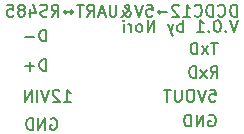
<source format=gbo>
G04 #@! TF.GenerationSoftware,KiCad,Pcbnew,(5.1.10)-1*
G04 #@! TF.CreationDate,2021-11-20T00:47:51+09:00*
G04 #@! TF.ProjectId,M5Stack_UnitV2_DCDC&RS485,4d355374-6163-46b5-9f55-6e697456325f,rev?*
G04 #@! TF.SameCoordinates,Original*
G04 #@! TF.FileFunction,Legend,Bot*
G04 #@! TF.FilePolarity,Positive*
%FSLAX46Y46*%
G04 Gerber Fmt 4.6, Leading zero omitted, Abs format (unit mm)*
G04 Created by KiCad (PCBNEW (5.1.10)-1) date 2021-11-20 00:47:51*
%MOMM*%
%LPD*%
G01*
G04 APERTURE LIST*
%ADD10C,0.150000*%
G04 APERTURE END LIST*
D10*
X138461904Y-55700000D02*
X138557142Y-55652380D01*
X138700000Y-55652380D01*
X138842857Y-55700000D01*
X138938095Y-55795238D01*
X138985714Y-55890476D01*
X139033333Y-56080952D01*
X139033333Y-56223809D01*
X138985714Y-56414285D01*
X138938095Y-56509523D01*
X138842857Y-56604761D01*
X138700000Y-56652380D01*
X138604761Y-56652380D01*
X138461904Y-56604761D01*
X138414285Y-56557142D01*
X138414285Y-56223809D01*
X138604761Y-56223809D01*
X137985714Y-56652380D02*
X137985714Y-55652380D01*
X137414285Y-56652380D01*
X137414285Y-55652380D01*
X136938095Y-56652380D02*
X136938095Y-55652380D01*
X136700000Y-55652380D01*
X136557142Y-55700000D01*
X136461904Y-55795238D01*
X136414285Y-55890476D01*
X136366666Y-56080952D01*
X136366666Y-56223809D01*
X136414285Y-56414285D01*
X136461904Y-56509523D01*
X136557142Y-56604761D01*
X136700000Y-56652380D01*
X136938095Y-56652380D01*
X138519047Y-53552380D02*
X138995238Y-53552380D01*
X139042857Y-54028571D01*
X138995238Y-53980952D01*
X138900000Y-53933333D01*
X138661904Y-53933333D01*
X138566666Y-53980952D01*
X138519047Y-54028571D01*
X138471428Y-54123809D01*
X138471428Y-54361904D01*
X138519047Y-54457142D01*
X138566666Y-54504761D01*
X138661904Y-54552380D01*
X138900000Y-54552380D01*
X138995238Y-54504761D01*
X139042857Y-54457142D01*
X138185714Y-53552380D02*
X137852380Y-54552380D01*
X137519047Y-53552380D01*
X136995238Y-53552380D02*
X136804761Y-53552380D01*
X136709523Y-53600000D01*
X136614285Y-53695238D01*
X136566666Y-53885714D01*
X136566666Y-54219047D01*
X136614285Y-54409523D01*
X136709523Y-54504761D01*
X136804761Y-54552380D01*
X136995238Y-54552380D01*
X137090476Y-54504761D01*
X137185714Y-54409523D01*
X137233333Y-54219047D01*
X137233333Y-53885714D01*
X137185714Y-53695238D01*
X137090476Y-53600000D01*
X136995238Y-53552380D01*
X136138095Y-53552380D02*
X136138095Y-54361904D01*
X136090476Y-54457142D01*
X136042857Y-54504761D01*
X135947619Y-54552380D01*
X135757142Y-54552380D01*
X135661904Y-54504761D01*
X135614285Y-54457142D01*
X135566666Y-54361904D01*
X135566666Y-53552380D01*
X135233333Y-53552380D02*
X134661904Y-53552380D01*
X134947619Y-54552380D02*
X134947619Y-53552380D01*
X138595238Y-52552380D02*
X138928571Y-52076190D01*
X139166666Y-52552380D02*
X139166666Y-51552380D01*
X138785714Y-51552380D01*
X138690476Y-51600000D01*
X138642857Y-51647619D01*
X138595238Y-51742857D01*
X138595238Y-51885714D01*
X138642857Y-51980952D01*
X138690476Y-52028571D01*
X138785714Y-52076190D01*
X139166666Y-52076190D01*
X138261904Y-52552380D02*
X137738095Y-51885714D01*
X138261904Y-51885714D02*
X137738095Y-52552380D01*
X137357142Y-52552380D02*
X137357142Y-51552380D01*
X137119047Y-51552380D01*
X136976190Y-51600000D01*
X136880952Y-51695238D01*
X136833333Y-51790476D01*
X136785714Y-51980952D01*
X136785714Y-52123809D01*
X136833333Y-52314285D01*
X136880952Y-52409523D01*
X136976190Y-52504761D01*
X137119047Y-52552380D01*
X137357142Y-52552380D01*
X139190476Y-49552380D02*
X138619047Y-49552380D01*
X138904761Y-50552380D02*
X138904761Y-49552380D01*
X138380952Y-50552380D02*
X137857142Y-49885714D01*
X138380952Y-49885714D02*
X137857142Y-50552380D01*
X137476190Y-50552380D02*
X137476190Y-49552380D01*
X137238095Y-49552380D01*
X137095238Y-49600000D01*
X137000000Y-49695238D01*
X136952380Y-49790476D01*
X136904761Y-49980952D01*
X136904761Y-50123809D01*
X136952380Y-50314285D01*
X137000000Y-50409523D01*
X137095238Y-50504761D01*
X137238095Y-50552380D01*
X137476190Y-50552380D01*
X125061904Y-56000000D02*
X125157142Y-55952380D01*
X125300000Y-55952380D01*
X125442857Y-56000000D01*
X125538095Y-56095238D01*
X125585714Y-56190476D01*
X125633333Y-56380952D01*
X125633333Y-56523809D01*
X125585714Y-56714285D01*
X125538095Y-56809523D01*
X125442857Y-56904761D01*
X125300000Y-56952380D01*
X125204761Y-56952380D01*
X125061904Y-56904761D01*
X125014285Y-56857142D01*
X125014285Y-56523809D01*
X125204761Y-56523809D01*
X124585714Y-56952380D02*
X124585714Y-55952380D01*
X124014285Y-56952380D01*
X124014285Y-55952380D01*
X123538095Y-56952380D02*
X123538095Y-55952380D01*
X123300000Y-55952380D01*
X123157142Y-56000000D01*
X123061904Y-56095238D01*
X123014285Y-56190476D01*
X122966666Y-56380952D01*
X122966666Y-56523809D01*
X123014285Y-56714285D01*
X123061904Y-56809523D01*
X123157142Y-56904761D01*
X123300000Y-56952380D01*
X123538095Y-56952380D01*
X126180952Y-54552380D02*
X126752380Y-54552380D01*
X126466666Y-54552380D02*
X126466666Y-53552380D01*
X126561904Y-53695238D01*
X126657142Y-53790476D01*
X126752380Y-53838095D01*
X125800000Y-53647619D02*
X125752380Y-53600000D01*
X125657142Y-53552380D01*
X125419047Y-53552380D01*
X125323809Y-53600000D01*
X125276190Y-53647619D01*
X125228571Y-53742857D01*
X125228571Y-53838095D01*
X125276190Y-53980952D01*
X125847619Y-54552380D01*
X125228571Y-54552380D01*
X124942857Y-53552380D02*
X124609523Y-54552380D01*
X124276190Y-53552380D01*
X123942857Y-54552380D02*
X123942857Y-53552380D01*
X123466666Y-54552380D02*
X123466666Y-53552380D01*
X122895238Y-54552380D01*
X122895238Y-53552380D01*
X124680952Y-51952380D02*
X124680952Y-50952380D01*
X124442857Y-50952380D01*
X124300000Y-51000000D01*
X124204761Y-51095238D01*
X124157142Y-51190476D01*
X124109523Y-51380952D01*
X124109523Y-51523809D01*
X124157142Y-51714285D01*
X124204761Y-51809523D01*
X124300000Y-51904761D01*
X124442857Y-51952380D01*
X124680952Y-51952380D01*
X123680952Y-51571428D02*
X122919047Y-51571428D01*
X123300000Y-51952380D02*
X123300000Y-51190476D01*
X124680952Y-49452380D02*
X124680952Y-48452380D01*
X124442857Y-48452380D01*
X124300000Y-48500000D01*
X124204761Y-48595238D01*
X124157142Y-48690476D01*
X124109523Y-48880952D01*
X124109523Y-49023809D01*
X124157142Y-49214285D01*
X124204761Y-49309523D01*
X124300000Y-49404761D01*
X124442857Y-49452380D01*
X124680952Y-49452380D01*
X123680952Y-49071428D02*
X122919047Y-49071428D01*
X140880952Y-47652380D02*
X140547619Y-48652380D01*
X140214285Y-47652380D01*
X139880952Y-48557142D02*
X139833333Y-48604761D01*
X139880952Y-48652380D01*
X139928571Y-48604761D01*
X139880952Y-48557142D01*
X139880952Y-48652380D01*
X139214285Y-47652380D02*
X139119047Y-47652380D01*
X139023809Y-47700000D01*
X138976190Y-47747619D01*
X138928571Y-47842857D01*
X138880952Y-48033333D01*
X138880952Y-48271428D01*
X138928571Y-48461904D01*
X138976190Y-48557142D01*
X139023809Y-48604761D01*
X139119047Y-48652380D01*
X139214285Y-48652380D01*
X139309523Y-48604761D01*
X139357142Y-48557142D01*
X139404761Y-48461904D01*
X139452380Y-48271428D01*
X139452380Y-48033333D01*
X139404761Y-47842857D01*
X139357142Y-47747619D01*
X139309523Y-47700000D01*
X139214285Y-47652380D01*
X138452380Y-48557142D02*
X138404761Y-48604761D01*
X138452380Y-48652380D01*
X138500000Y-48604761D01*
X138452380Y-48557142D01*
X138452380Y-48652380D01*
X137452380Y-48652380D02*
X138023809Y-48652380D01*
X137738095Y-48652380D02*
X137738095Y-47652380D01*
X137833333Y-47795238D01*
X137928571Y-47890476D01*
X138023809Y-47938095D01*
X136261904Y-48652380D02*
X136261904Y-47652380D01*
X136261904Y-48033333D02*
X136166666Y-47985714D01*
X135976190Y-47985714D01*
X135880952Y-48033333D01*
X135833333Y-48080952D01*
X135785714Y-48176190D01*
X135785714Y-48461904D01*
X135833333Y-48557142D01*
X135880952Y-48604761D01*
X135976190Y-48652380D01*
X136166666Y-48652380D01*
X136261904Y-48604761D01*
X135452380Y-47985714D02*
X135214285Y-48652380D01*
X134976190Y-47985714D02*
X135214285Y-48652380D01*
X135309523Y-48890476D01*
X135357142Y-48938095D01*
X135452380Y-48985714D01*
X133833333Y-48652380D02*
X133833333Y-47652380D01*
X133261904Y-48652380D01*
X133261904Y-47652380D01*
X132642857Y-48652380D02*
X132738095Y-48604761D01*
X132785714Y-48557142D01*
X132833333Y-48461904D01*
X132833333Y-48176190D01*
X132785714Y-48080952D01*
X132738095Y-48033333D01*
X132642857Y-47985714D01*
X132500000Y-47985714D01*
X132404761Y-48033333D01*
X132357142Y-48080952D01*
X132309523Y-48176190D01*
X132309523Y-48461904D01*
X132357142Y-48557142D01*
X132404761Y-48604761D01*
X132500000Y-48652380D01*
X132642857Y-48652380D01*
X131880952Y-48652380D02*
X131880952Y-47985714D01*
X131880952Y-48176190D02*
X131833333Y-48080952D01*
X131785714Y-48033333D01*
X131690476Y-47985714D01*
X131595238Y-47985714D01*
X131261904Y-48652380D02*
X131261904Y-47985714D01*
X131261904Y-47652380D02*
X131309523Y-47700000D01*
X131261904Y-47747619D01*
X131214285Y-47700000D01*
X131261904Y-47652380D01*
X131261904Y-47747619D01*
X140814285Y-47352380D02*
X140814285Y-46352380D01*
X140576190Y-46352380D01*
X140433333Y-46400000D01*
X140338095Y-46495238D01*
X140290476Y-46590476D01*
X140242857Y-46780952D01*
X140242857Y-46923809D01*
X140290476Y-47114285D01*
X140338095Y-47209523D01*
X140433333Y-47304761D01*
X140576190Y-47352380D01*
X140814285Y-47352380D01*
X139242857Y-47257142D02*
X139290476Y-47304761D01*
X139433333Y-47352380D01*
X139528571Y-47352380D01*
X139671428Y-47304761D01*
X139766666Y-47209523D01*
X139814285Y-47114285D01*
X139861904Y-46923809D01*
X139861904Y-46780952D01*
X139814285Y-46590476D01*
X139766666Y-46495238D01*
X139671428Y-46400000D01*
X139528571Y-46352380D01*
X139433333Y-46352380D01*
X139290476Y-46400000D01*
X139242857Y-46447619D01*
X138814285Y-47352380D02*
X138814285Y-46352380D01*
X138576190Y-46352380D01*
X138433333Y-46400000D01*
X138338095Y-46495238D01*
X138290476Y-46590476D01*
X138242857Y-46780952D01*
X138242857Y-46923809D01*
X138290476Y-47114285D01*
X138338095Y-47209523D01*
X138433333Y-47304761D01*
X138576190Y-47352380D01*
X138814285Y-47352380D01*
X137242857Y-47257142D02*
X137290476Y-47304761D01*
X137433333Y-47352380D01*
X137528571Y-47352380D01*
X137671428Y-47304761D01*
X137766666Y-47209523D01*
X137814285Y-47114285D01*
X137861904Y-46923809D01*
X137861904Y-46780952D01*
X137814285Y-46590476D01*
X137766666Y-46495238D01*
X137671428Y-46400000D01*
X137528571Y-46352380D01*
X137433333Y-46352380D01*
X137290476Y-46400000D01*
X137242857Y-46447619D01*
X136290476Y-47352380D02*
X136861904Y-47352380D01*
X136576190Y-47352380D02*
X136576190Y-46352380D01*
X136671428Y-46495238D01*
X136766666Y-46590476D01*
X136861904Y-46638095D01*
X135909523Y-46447619D02*
X135861904Y-46400000D01*
X135766666Y-46352380D01*
X135528571Y-46352380D01*
X135433333Y-46400000D01*
X135385714Y-46447619D01*
X135338095Y-46542857D01*
X135338095Y-46638095D01*
X135385714Y-46780952D01*
X135957142Y-47352380D01*
X135338095Y-47352380D01*
X134909523Y-46971428D02*
X134147619Y-46971428D01*
X134338095Y-47161904D02*
X134147619Y-46971428D01*
X134338095Y-46780952D01*
X133195238Y-46352380D02*
X133671428Y-46352380D01*
X133719047Y-46828571D01*
X133671428Y-46780952D01*
X133576190Y-46733333D01*
X133338095Y-46733333D01*
X133242857Y-46780952D01*
X133195238Y-46828571D01*
X133147619Y-46923809D01*
X133147619Y-47161904D01*
X133195238Y-47257142D01*
X133242857Y-47304761D01*
X133338095Y-47352380D01*
X133576190Y-47352380D01*
X133671428Y-47304761D01*
X133719047Y-47257142D01*
X132861904Y-46352380D02*
X132528571Y-47352380D01*
X132195238Y-46352380D01*
X131052380Y-47352380D02*
X131100000Y-47352380D01*
X131195238Y-47304761D01*
X131338095Y-47161904D01*
X131576190Y-46876190D01*
X131671428Y-46733333D01*
X131719047Y-46590476D01*
X131719047Y-46495238D01*
X131671428Y-46400000D01*
X131576190Y-46352380D01*
X131528571Y-46352380D01*
X131433333Y-46400000D01*
X131385714Y-46495238D01*
X131385714Y-46542857D01*
X131433333Y-46638095D01*
X131480952Y-46685714D01*
X131766666Y-46876190D01*
X131814285Y-46923809D01*
X131861904Y-47019047D01*
X131861904Y-47161904D01*
X131814285Y-47257142D01*
X131766666Y-47304761D01*
X131671428Y-47352380D01*
X131528571Y-47352380D01*
X131433333Y-47304761D01*
X131385714Y-47257142D01*
X131242857Y-47066666D01*
X131195238Y-46923809D01*
X131195238Y-46828571D01*
X130623809Y-46352380D02*
X130623809Y-47161904D01*
X130576190Y-47257142D01*
X130528571Y-47304761D01*
X130433333Y-47352380D01*
X130242857Y-47352380D01*
X130147619Y-47304761D01*
X130100000Y-47257142D01*
X130052380Y-47161904D01*
X130052380Y-46352380D01*
X129623809Y-47066666D02*
X129147619Y-47066666D01*
X129719047Y-47352380D02*
X129385714Y-46352380D01*
X129052380Y-47352380D01*
X128147619Y-47352380D02*
X128480952Y-46876190D01*
X128719047Y-47352380D02*
X128719047Y-46352380D01*
X128338095Y-46352380D01*
X128242857Y-46400000D01*
X128195238Y-46447619D01*
X128147619Y-46542857D01*
X128147619Y-46685714D01*
X128195238Y-46780952D01*
X128242857Y-46828571D01*
X128338095Y-46876190D01*
X128719047Y-46876190D01*
X127861904Y-46352380D02*
X127290476Y-46352380D01*
X127576190Y-47352380D02*
X127576190Y-46352380D01*
X126957142Y-46971428D02*
X126195238Y-46971428D01*
X126385714Y-47161904D02*
X126195238Y-46971428D01*
X126385714Y-46780952D01*
X126766666Y-46780952D02*
X126957142Y-46971428D01*
X126766666Y-47161904D01*
X125147619Y-47352380D02*
X125480952Y-46876190D01*
X125719047Y-47352380D02*
X125719047Y-46352380D01*
X125338095Y-46352380D01*
X125242857Y-46400000D01*
X125195238Y-46447619D01*
X125147619Y-46542857D01*
X125147619Y-46685714D01*
X125195238Y-46780952D01*
X125242857Y-46828571D01*
X125338095Y-46876190D01*
X125719047Y-46876190D01*
X124766666Y-47304761D02*
X124623809Y-47352380D01*
X124385714Y-47352380D01*
X124290476Y-47304761D01*
X124242857Y-47257142D01*
X124195238Y-47161904D01*
X124195238Y-47066666D01*
X124242857Y-46971428D01*
X124290476Y-46923809D01*
X124385714Y-46876190D01*
X124576190Y-46828571D01*
X124671428Y-46780952D01*
X124719047Y-46733333D01*
X124766666Y-46638095D01*
X124766666Y-46542857D01*
X124719047Y-46447619D01*
X124671428Y-46400000D01*
X124576190Y-46352380D01*
X124338095Y-46352380D01*
X124195238Y-46400000D01*
X123338095Y-46685714D02*
X123338095Y-47352380D01*
X123576190Y-46304761D02*
X123814285Y-47019047D01*
X123195238Y-47019047D01*
X122671428Y-46780952D02*
X122766666Y-46733333D01*
X122814285Y-46685714D01*
X122861904Y-46590476D01*
X122861904Y-46542857D01*
X122814285Y-46447619D01*
X122766666Y-46400000D01*
X122671428Y-46352380D01*
X122480952Y-46352380D01*
X122385714Y-46400000D01*
X122338095Y-46447619D01*
X122290476Y-46542857D01*
X122290476Y-46590476D01*
X122338095Y-46685714D01*
X122385714Y-46733333D01*
X122480952Y-46780952D01*
X122671428Y-46780952D01*
X122766666Y-46828571D01*
X122814285Y-46876190D01*
X122861904Y-46971428D01*
X122861904Y-47161904D01*
X122814285Y-47257142D01*
X122766666Y-47304761D01*
X122671428Y-47352380D01*
X122480952Y-47352380D01*
X122385714Y-47304761D01*
X122338095Y-47257142D01*
X122290476Y-47161904D01*
X122290476Y-46971428D01*
X122338095Y-46876190D01*
X122385714Y-46828571D01*
X122480952Y-46780952D01*
X121385714Y-46352380D02*
X121861904Y-46352380D01*
X121909523Y-46828571D01*
X121861904Y-46780952D01*
X121766666Y-46733333D01*
X121528571Y-46733333D01*
X121433333Y-46780952D01*
X121385714Y-46828571D01*
X121338095Y-46923809D01*
X121338095Y-47161904D01*
X121385714Y-47257142D01*
X121433333Y-47304761D01*
X121528571Y-47352380D01*
X121766666Y-47352380D01*
X121861904Y-47304761D01*
X121909523Y-47257142D01*
M02*

</source>
